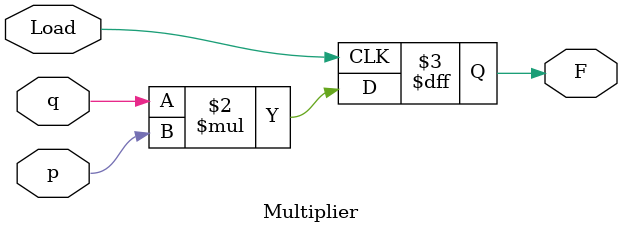
<source format=v>
module Multiplier( 
  output reg F,
  input q,
  input p,
  input Load
  );
  
  always @(posedge Load)
    F=q*p;
    
  endmodule

</source>
